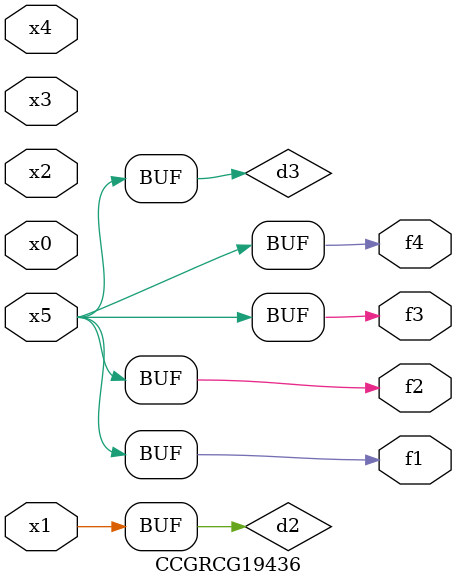
<source format=v>
module CCGRCG19436(
	input x0, x1, x2, x3, x4, x5,
	output f1, f2, f3, f4
);

	wire d1, d2, d3;

	not (d1, x5);
	or (d2, x1);
	xnor (d3, d1);
	assign f1 = d3;
	assign f2 = d3;
	assign f3 = d3;
	assign f4 = d3;
endmodule

</source>
